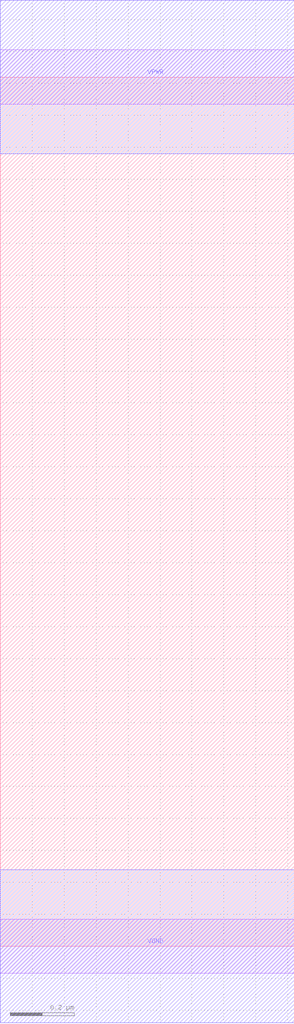
<source format=lef>
# Copyright 2020 The SkyWater PDK Authors
#
# Licensed under the Apache License, Version 2.0 (the "License");
# you may not use this file except in compliance with the License.
# You may obtain a copy of the License at
#
#     https://www.apache.org/licenses/LICENSE-2.0
#
# Unless required by applicable law or agreed to in writing, software
# distributed under the License is distributed on an "AS IS" BASIS,
# WITHOUT WARRANTIES OR CONDITIONS OF ANY KIND, either express or implied.
# See the License for the specific language governing permissions and
# limitations under the License.
#
# SPDX-License-Identifier: Apache-2.0

VERSION 5.5 ;
NAMESCASESENSITIVE ON ;
BUSBITCHARS "[]" ;
DIVIDERCHAR "/" ;
MACRO sky130_fd_sc_hd__fill_2
  CLASS CORE ;
  SOURCE USER ;
  ORIGIN  0.000000  0.000000 ;
  SIZE  0.920000 BY  2.720000 ;
  SYMMETRY X Y R90 ;
  SITE unithd ;
  PIN VGND
    DIRECTION INOUT ;
    SHAPE ABUTMENT ;
    USE GROUND ;
    PORT
      LAYER li1 ;
        RECT 0.000000 -0.085000 0.920000 0.085000 ;
    END
    PORT
      LAYER met1 ;
        RECT 0.000000 -0.240000 0.920000 0.240000 ;
    END
  END VGND
  PIN VPWR
    DIRECTION INOUT ;
    SHAPE ABUTMENT ;
    USE POWER ;
    PORT
      LAYER li1 ;
        RECT 0.000000 2.635000 0.920000 2.805000 ;
    END
    PORT
      LAYER met1 ;
        RECT 0.000000 2.480000 0.920000 2.960000 ;
    END
  END VPWR
  OBS
  END
END sky130_fd_sc_hd__fill_2

</source>
